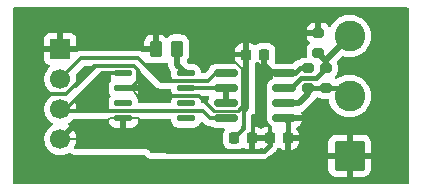
<source format=gbr>
%TF.GenerationSoftware,KiCad,Pcbnew,9.0.7-1.fc43*%
%TF.CreationDate,2026-02-06T20:38:45-08:00*%
%TF.ProjectId,autodir_sch,6175746f-6469-4725-9f73-63682e6b6963,A1*%
%TF.SameCoordinates,PX11a49a0PYbd83a0*%
%TF.FileFunction,Copper,L1,Top*%
%TF.FilePolarity,Positive*%
%FSLAX46Y46*%
G04 Gerber Fmt 4.6, Leading zero omitted, Abs format (unit mm)*
G04 Created by KiCad (PCBNEW 9.0.7-1.fc43) date 2026-02-06 20:38:45*
%MOMM*%
%LPD*%
G01*
G04 APERTURE LIST*
G04 Aperture macros list*
%AMRoundRect*
0 Rectangle with rounded corners*
0 $1 Rounding radius*
0 $2 $3 $4 $5 $6 $7 $8 $9 X,Y pos of 4 corners*
0 Add a 4 corners polygon primitive as box body*
4,1,4,$2,$3,$4,$5,$6,$7,$8,$9,$2,$3,0*
0 Add four circle primitives for the rounded corners*
1,1,$1+$1,$2,$3*
1,1,$1+$1,$4,$5*
1,1,$1+$1,$6,$7*
1,1,$1+$1,$8,$9*
0 Add four rect primitives between the rounded corners*
20,1,$1+$1,$2,$3,$4,$5,0*
20,1,$1+$1,$4,$5,$6,$7,0*
20,1,$1+$1,$6,$7,$8,$9,0*
20,1,$1+$1,$8,$9,$2,$3,0*%
G04 Aperture macros list end*
%TA.AperFunction,SMDPad,CuDef*%
%ADD10RoundRect,0.150000X-0.825000X-0.150000X0.825000X-0.150000X0.825000X0.150000X-0.825000X0.150000X0*%
%TD*%
%TA.AperFunction,SMDPad,CuDef*%
%ADD11RoundRect,0.250000X-0.262500X-0.450000X0.262500X-0.450000X0.262500X0.450000X-0.262500X0.450000X0*%
%TD*%
%TA.AperFunction,SMDPad,CuDef*%
%ADD12RoundRect,0.137500X-0.612500X-0.137500X0.612500X-0.137500X0.612500X0.137500X-0.612500X0.137500X0*%
%TD*%
%TA.AperFunction,SMDPad,CuDef*%
%ADD13RoundRect,0.225000X-0.225000X-0.250000X0.225000X-0.250000X0.225000X0.250000X-0.225000X0.250000X0*%
%TD*%
%TA.AperFunction,SMDPad,CuDef*%
%ADD14RoundRect,0.200000X0.275000X-0.200000X0.275000X0.200000X-0.275000X0.200000X-0.275000X-0.200000X0*%
%TD*%
%TA.AperFunction,SMDPad,CuDef*%
%ADD15RoundRect,0.225000X0.225000X0.250000X-0.225000X0.250000X-0.225000X-0.250000X0.225000X-0.250000X0*%
%TD*%
%TA.AperFunction,SMDPad,CuDef*%
%ADD16RoundRect,0.200000X-0.275000X0.200000X-0.275000X-0.200000X0.275000X-0.200000X0.275000X0.200000X0*%
%TD*%
%TA.AperFunction,ComponentPad*%
%ADD17R,1.700000X1.700000*%
%TD*%
%TA.AperFunction,ComponentPad*%
%ADD18C,1.700000*%
%TD*%
%TA.AperFunction,ComponentPad*%
%ADD19RoundRect,0.250000X1.050000X-1.050000X1.050000X1.050000X-1.050000X1.050000X-1.050000X-1.050000X0*%
%TD*%
%TA.AperFunction,ComponentPad*%
%ADD20C,2.600000*%
%TD*%
%TA.AperFunction,Conductor*%
%ADD21C,0.300000*%
%TD*%
%TA.AperFunction,Conductor*%
%ADD22C,0.250000*%
%TD*%
%TA.AperFunction,Conductor*%
%ADD23C,0.200000*%
%TD*%
%TA.AperFunction,Conductor*%
%ADD24C,0.400000*%
%TD*%
%TA.AperFunction,Conductor*%
%ADD25C,0.500000*%
%TD*%
%TA.AperFunction,Conductor*%
%ADD26C,0.390000*%
%TD*%
G04 APERTURE END LIST*
D10*
%TO.P,U2,1,RO*%
%TO.N,/RO*%
X18525000Y-6095000D03*
%TO.P,U2,2,~{RE}*%
%TO.N,/DIR*%
X18525000Y-7365000D03*
%TO.P,U2,3,DE*%
X18525000Y-8635000D03*
%TO.P,U2,4,DI*%
%TO.N,/DI*%
X18525000Y-9905000D03*
%TO.P,U2,5,GND*%
%TO.N,GND*%
X23475000Y-9905000D03*
%TO.P,U2,6,A*%
%TO.N,/A*%
X23475000Y-8635000D03*
%TO.P,U2,7,B*%
%TO.N,/B*%
X23475000Y-7365000D03*
%TO.P,U2,8,VCC*%
%TO.N,+5V*%
X23475000Y-6095000D03*
%TD*%
D11*
%TO.P,J3,1,Pin_1*%
%TO.N,GND*%
X12587500Y-4000000D03*
%TO.P,J3,2,Pin_2*%
%TO.N,/SWIO*%
X14412500Y-4000000D03*
%TD*%
D12*
%TO.P,U1,1,T1CH2*%
%TO.N,/DI*%
X9850000Y-6095000D03*
%TO.P,U1,2,VSS*%
%TO.N,GND*%
X9850000Y-7365000D03*
%TO.P,U1,3,PA2*%
%TO.N,unconnected-(U1-PA2-Pad3)*%
X9850000Y-8635000D03*
%TO.P,U1,4,VDD*%
%TO.N,+5V*%
X9850000Y-9905000D03*
%TO.P,U1,5,PC1*%
%TO.N,unconnected-(U1-PC1-Pad5)*%
X15150000Y-9905000D03*
%TO.P,U1,6,PC2*%
%TO.N,unconnected-(U1-PC2-Pad6)*%
X15150000Y-8635000D03*
%TO.P,U1,7,T1CH4*%
%TO.N,/DIR*%
X15150000Y-7365000D03*
%TO.P,U1,8,SWIO*%
%TO.N,/SWIO*%
X15150000Y-6095000D03*
%TD*%
D13*
%TO.P,C1,1*%
%TO.N,+5V*%
X22222251Y-11594049D03*
%TO.P,C1,2*%
%TO.N,GND*%
X23772251Y-11594049D03*
%TD*%
D14*
%TO.P,R1,1*%
%TO.N,/A*%
X27000000Y-7324000D03*
%TO.P,R1,2*%
%TO.N,/B*%
X27000000Y-5674000D03*
%TD*%
%TO.P,R3,1*%
%TO.N,/B*%
X26344000Y-4357000D03*
%TO.P,R3,2*%
%TO.N,GND*%
X26344000Y-2707000D03*
%TD*%
D15*
%TO.P,C3,1*%
%TO.N,+5V*%
X21775000Y-4499000D03*
%TO.P,C3,2*%
%TO.N,GND*%
X20225000Y-4499000D03*
%TD*%
D16*
%TO.P,R2,1*%
%TO.N,+5V*%
X25500000Y-5674000D03*
%TO.P,R2,2*%
%TO.N,/A*%
X25500000Y-7324000D03*
%TD*%
D15*
%TO.P,C2,1*%
%TO.N,+5V*%
X20773628Y-11594049D03*
%TO.P,C2,2*%
%TO.N,GND*%
X19223628Y-11594049D03*
%TD*%
D17*
%TO.P,J1,1,Pin_1*%
%TO.N,GND*%
X4500000Y-4040000D03*
D18*
%TO.P,J1,2,Pin_2*%
%TO.N,/RO*%
X4500000Y-6580000D03*
%TO.P,J1,3,Pin_3*%
%TO.N,/DI*%
X4500000Y-9120000D03*
%TO.P,J1,4,Pin_4*%
%TO.N,+5V*%
X4500000Y-11660000D03*
%TD*%
D19*
%TO.P,J2,1,Pin_1*%
%TO.N,GND*%
X29000000Y-13080000D03*
D20*
%TO.P,J2,2,Pin_2*%
%TO.N,/A*%
X29000000Y-8000000D03*
%TO.P,J2,3,Pin_3*%
%TO.N,/B*%
X29000000Y-2920000D03*
%TD*%
D21*
%TO.N,GND*%
X4983500Y-7850000D02*
X2150000Y-7850000D01*
D22*
X17482101Y-9270000D02*
X19629000Y-9270000D01*
D23*
X20010000Y-5838516D02*
X16670484Y-2499000D01*
D24*
X23772251Y-11594049D02*
X25194049Y-11594049D01*
D23*
X9850000Y-7365000D02*
X10485000Y-7365000D01*
X25500000Y-13080000D02*
X22280000Y-13080000D01*
D21*
X7373500Y-5460000D02*
X4983500Y-7850000D01*
X11120000Y-8000000D02*
X16212101Y-8000000D01*
D23*
X3500000Y-13080000D02*
X2000000Y-11580000D01*
X2000000Y-8000000D02*
X2000000Y-4999000D01*
D21*
X2150000Y-7850000D02*
X2127000Y-7873000D01*
D23*
X2959000Y-4040000D02*
X4500000Y-4040000D01*
X11970000Y-13438000D02*
X11612000Y-13080000D01*
X25500000Y-13080000D02*
X29000000Y-13080000D01*
D21*
X11120000Y-5841000D02*
X10739000Y-5460000D01*
D24*
X23772252Y-10202252D02*
X23772252Y-11594051D01*
D23*
X4500000Y-4040000D02*
X12547500Y-4040000D01*
X2000000Y-4999000D02*
X2959000Y-4040000D01*
X2127000Y-7873000D02*
X2000000Y-8000000D01*
D21*
X20010000Y-8889000D02*
X20040000Y-8919000D01*
D23*
X11612000Y-13080000D02*
X3500000Y-13080000D01*
X12547500Y-4040000D02*
X12587500Y-4000000D01*
X12750000Y-2499000D02*
X12587500Y-2661500D01*
D21*
X11120000Y-6730000D02*
X11120000Y-5841000D01*
X20040000Y-8919000D02*
X20040000Y-10777677D01*
D23*
X12587500Y-2661500D02*
X12587500Y-4000000D01*
D21*
X10485000Y-7365000D02*
X11120000Y-6730000D01*
D22*
X16841051Y-8628949D02*
X17482101Y-9270000D01*
D21*
X20040000Y-10777677D02*
X19223628Y-11594049D01*
X20010000Y-8889000D02*
X20010000Y-5838516D01*
X19629000Y-9270000D02*
X20010000Y-8889000D01*
D23*
X2000000Y-11580000D02*
X2000000Y-8000000D01*
X21922000Y-13438000D02*
X11970000Y-13438000D01*
D21*
X10739000Y-5460000D02*
X7373500Y-5460000D01*
X16212101Y-8000000D02*
X16841051Y-8628949D01*
D24*
X25194049Y-11594049D02*
X25500000Y-11900000D01*
X23475000Y-9905000D02*
X23772252Y-10202252D01*
D23*
X22280000Y-13080000D02*
X21922000Y-13438000D01*
X16670484Y-2499000D02*
X12750000Y-2499000D01*
D24*
X25500000Y-11900000D02*
X25500000Y-13080000D01*
D23*
X23475000Y-11296799D02*
X23772252Y-11594051D01*
X10485000Y-7365000D02*
X11120000Y-8000000D01*
X23772252Y-11352252D02*
X23772252Y-11594051D01*
%TO.N,+5V*%
X23475000Y-6095000D02*
X22500001Y-6095000D01*
D24*
X24760800Y-5674000D02*
X25500000Y-5674000D01*
X22222251Y-11594049D02*
X22222251Y-12177749D01*
D23*
X13510000Y-12676000D02*
X13510000Y-12310000D01*
D21*
X22222251Y-10622251D02*
X22222251Y-11594049D01*
D23*
X6940000Y-11660000D02*
X4500000Y-11660000D01*
D25*
X22500000Y-6095001D02*
X21775000Y-5370001D01*
D21*
X21800000Y-10200000D02*
X22222251Y-10622251D01*
D24*
X24339800Y-6095000D02*
X24760800Y-5674000D01*
X21724000Y-12676000D02*
X13510000Y-12676000D01*
D23*
X11105000Y-9905000D02*
X9850000Y-9905000D01*
D24*
X23475000Y-6095000D02*
X24339800Y-6095000D01*
D23*
X8695000Y-9905000D02*
X6940000Y-11660000D01*
D24*
X21520000Y-10200000D02*
X21800000Y-10200000D01*
D23*
X21520000Y-11500000D02*
X22040000Y-11500000D01*
X13510000Y-12310000D02*
X11105000Y-9905000D01*
D24*
X22222251Y-12177749D02*
X21724000Y-12676000D01*
X21520000Y-7075001D02*
X21520000Y-10200000D01*
D23*
X22500001Y-6095000D02*
X22500000Y-6095001D01*
X22040000Y-11500000D02*
X21518000Y-11500000D01*
D25*
X21775000Y-5370001D02*
X21775000Y-4499000D01*
D23*
X9850000Y-9905000D02*
X8695000Y-9905000D01*
X22500000Y-6095001D02*
X21520000Y-7075001D01*
%TO.N,/DI*%
X4650000Y-9270000D02*
X4500000Y-9120000D01*
D21*
X5008000Y-9120000D02*
X8033000Y-6095000D01*
X8033000Y-6095000D02*
X9850000Y-6095000D01*
X16557500Y-9270000D02*
X4650000Y-9270000D01*
X4500000Y-9120000D02*
X5008000Y-9120000D01*
X18525000Y-9905000D02*
X17192500Y-9905000D01*
X17192500Y-9905000D02*
X16557500Y-9270000D01*
%TO.N,/RO*%
X4500000Y-6580000D02*
X6255000Y-4825000D01*
X13025000Y-6730000D02*
X17045000Y-6730000D01*
X17045000Y-6730000D02*
X17680000Y-6095000D01*
X6255000Y-4825000D02*
X11120000Y-4825000D01*
X11120000Y-4825000D02*
X13025000Y-6730000D01*
D23*
X17680000Y-6095000D02*
X18525000Y-6095000D01*
X4591000Y-6671000D02*
X4500000Y-6580000D01*
D24*
%TO.N,/A*%
X25500000Y-7324000D02*
X27000000Y-7324000D01*
D25*
X23475000Y-8635000D02*
X24690000Y-8635000D01*
D23*
X28324000Y-7324000D02*
X29000000Y-8000000D01*
D25*
X25500000Y-7825000D02*
X25500000Y-7324000D01*
D24*
X27000000Y-7324000D02*
X28324000Y-7324000D01*
D25*
X24690000Y-8635000D02*
X25500000Y-7825000D01*
%TO.N,/B*%
X26907000Y-4920000D02*
X26344000Y-4357000D01*
X27000000Y-4920000D02*
X29000000Y-2920000D01*
D24*
X26175000Y-6499000D02*
X27000000Y-5674000D01*
D26*
X24901000Y-6499000D02*
X26175000Y-6499000D01*
X23951968Y-7365000D02*
X24035000Y-7365000D01*
D25*
X27000000Y-4920000D02*
X26907000Y-4920000D01*
D26*
X24035000Y-7365000D02*
X24901000Y-6499000D01*
D25*
X27000000Y-5674000D02*
X27000000Y-4920000D01*
D23*
X23475000Y-7365000D02*
X24310000Y-7365000D01*
X23475000Y-7365000D02*
X23951968Y-7365000D01*
D25*
%TO.N,/SWIO*%
X14412500Y-5357500D02*
X14412500Y-4000000D01*
X15150000Y-6095000D02*
X14412500Y-5357500D01*
D21*
%TO.N,/DIR*%
X18525000Y-7365000D02*
X15150000Y-7365000D01*
D25*
X18525000Y-7365000D02*
X18525000Y-8635000D01*
%TD*%
%TA.AperFunction,Conductor*%
%TO.N,/DI*%
G36*
X8743039Y-6130185D02*
G01*
X8788794Y-6182989D01*
X8800000Y-6234500D01*
X8800000Y-6711368D01*
X8780315Y-6778407D01*
X8763681Y-6799049D01*
X8729378Y-6833351D01*
X8729369Y-6833363D01*
X8647320Y-6972103D01*
X8647317Y-6972110D01*
X8602346Y-7126897D01*
X8602345Y-7126903D01*
X8599500Y-7163057D01*
X8599500Y-7566922D01*
X8599501Y-7566947D01*
X8602346Y-7603098D01*
X8647317Y-7757889D01*
X8647320Y-7757896D01*
X8729369Y-7896636D01*
X8729378Y-7896648D01*
X8745049Y-7912319D01*
X8778534Y-7973642D01*
X8773550Y-8043334D01*
X8745049Y-8087681D01*
X8729378Y-8103351D01*
X8729369Y-8103363D01*
X8647320Y-8242103D01*
X8647317Y-8242110D01*
X8602346Y-8396897D01*
X8602345Y-8396903D01*
X8599500Y-8433057D01*
X8599500Y-8836922D01*
X8599501Y-8836947D01*
X8602346Y-8873098D01*
X8647317Y-9027889D01*
X8648931Y-9031619D01*
X8649322Y-9034793D01*
X8649495Y-9035386D01*
X8649399Y-9035413D01*
X8657491Y-9100962D01*
X8627202Y-9163925D01*
X8567681Y-9200518D01*
X8537419Y-9204846D01*
X5976289Y-9252124D01*
X5908897Y-9233680D01*
X5862176Y-9181729D01*
X5850000Y-9128145D01*
X5850000Y-9013753D01*
X5816757Y-8803872D01*
X5816757Y-8803869D01*
X5751094Y-8601783D01*
X5716089Y-8533081D01*
X5703193Y-8464412D01*
X5729469Y-8399671D01*
X5738876Y-8389123D01*
X7981181Y-6146819D01*
X8042504Y-6113334D01*
X8068862Y-6110500D01*
X8676000Y-6110500D01*
X8743039Y-6130185D01*
G37*
%TD.AperFunction*%
%TD*%
%TA.AperFunction,Conductor*%
%TO.N,+5V*%
G36*
X21158738Y-5120491D02*
G01*
X21158950Y-5120458D01*
X21160627Y-5121194D01*
X21211903Y-5140269D01*
X22444784Y-5962189D01*
X22489644Y-6015753D01*
X22500000Y-6065362D01*
X22500000Y-6488080D01*
X22480315Y-6555119D01*
X22427511Y-6600874D01*
X22410596Y-6607156D01*
X22389605Y-6613254D01*
X22389603Y-6613255D01*
X22248137Y-6696917D01*
X22248129Y-6696923D01*
X22131923Y-6813129D01*
X22131916Y-6813138D01*
X22056698Y-6940326D01*
X22032918Y-6969373D01*
X22000000Y-6998999D01*
X21999999Y-6999000D01*
X22000964Y-7124825D01*
X22000586Y-7135499D01*
X21999500Y-7149304D01*
X21999500Y-7580701D01*
X22002402Y-7617571D01*
X22002913Y-7620369D01*
X22004927Y-7641697D01*
X22010256Y-8336781D01*
X22005340Y-8372316D01*
X22002403Y-8382427D01*
X22002401Y-8382438D01*
X21999500Y-8419298D01*
X21999500Y-8850701D01*
X21999753Y-8853913D01*
X22002402Y-8887569D01*
X22002403Y-8887571D01*
X22010020Y-8913793D01*
X22014938Y-8947432D01*
X22019744Y-9574126D01*
X22014825Y-9609671D01*
X22002402Y-9652430D01*
X22002401Y-9652436D01*
X21999500Y-9689298D01*
X21999500Y-10120701D01*
X22002401Y-10157567D01*
X22002402Y-10157573D01*
X22048254Y-10315393D01*
X22048255Y-10315396D01*
X22117171Y-10431928D01*
X22134354Y-10499652D01*
X22112194Y-10565915D01*
X22057727Y-10609678D01*
X22010441Y-10619049D01*
X21948944Y-10619049D01*
X21948927Y-10619050D01*
X21849643Y-10629193D01*
X21688769Y-10682501D01*
X21688764Y-10682503D01*
X21563036Y-10760054D01*
X21495643Y-10778494D01*
X21432842Y-10760053D01*
X21307120Y-10682506D01*
X21307109Y-10682501D01*
X21146234Y-10629193D01*
X21046950Y-10619049D01*
X21023628Y-10619049D01*
X21023628Y-11344049D01*
X22098251Y-11344049D01*
X22165290Y-11363734D01*
X22211045Y-11416538D01*
X22222251Y-11468049D01*
X22222251Y-11720049D01*
X22202566Y-11787088D01*
X22149762Y-11832843D01*
X22098251Y-11844049D01*
X21023628Y-11844049D01*
X21023628Y-12569048D01*
X21046936Y-12569048D01*
X21046950Y-12569047D01*
X21146235Y-12558904D01*
X21307109Y-12505596D01*
X21307116Y-12505593D01*
X21432841Y-12428044D01*
X21443983Y-12424995D01*
X21453142Y-12417957D01*
X21477068Y-12415941D01*
X21500234Y-12409603D01*
X21513041Y-12412911D01*
X21522765Y-12412093D01*
X21546954Y-12421674D01*
X21555987Y-12424008D01*
X21754633Y-12529242D01*
X21772508Y-12546671D01*
X21793033Y-12560881D01*
X21797090Y-12570640D01*
X21804658Y-12578019D01*
X21810272Y-12602344D01*
X21819857Y-12625397D01*
X21817994Y-12635801D01*
X21820371Y-12646099D01*
X21811943Y-12669597D01*
X21807543Y-12694173D01*
X21798748Y-12706385D01*
X21796783Y-12711867D01*
X21792347Y-12715275D01*
X21784267Y-12726497D01*
X21709584Y-12801181D01*
X21648261Y-12834666D01*
X21621902Y-12837500D01*
X12270097Y-12837500D01*
X12203058Y-12817815D01*
X12182416Y-12801181D01*
X12099590Y-12718355D01*
X12099588Y-12718352D01*
X11980717Y-12599481D01*
X11980716Y-12599480D01*
X11893904Y-12549360D01*
X11893904Y-12549359D01*
X11893900Y-12549358D01*
X11843785Y-12520423D01*
X11691057Y-12479499D01*
X11532943Y-12479499D01*
X11525347Y-12479499D01*
X11525331Y-12479500D01*
X5799934Y-12479500D01*
X5732895Y-12459815D01*
X5687140Y-12407011D01*
X5677196Y-12337853D01*
X5689449Y-12299205D01*
X5751095Y-12178217D01*
X5816757Y-11976130D01*
X5816757Y-11976127D01*
X5850000Y-11766246D01*
X5850000Y-11553753D01*
X5816757Y-11343872D01*
X5816757Y-11343869D01*
X5751095Y-11141782D01*
X5654624Y-10952449D01*
X5615270Y-10898282D01*
X5615269Y-10898282D01*
X4982962Y-11530589D01*
X4965925Y-11467007D01*
X4900099Y-11352993D01*
X4807007Y-11259901D01*
X4692993Y-11194075D01*
X4629407Y-11177036D01*
X5261716Y-10544728D01*
X5207547Y-10505373D01*
X5207547Y-10505372D01*
X5198500Y-10500763D01*
X5147706Y-10452788D01*
X5130912Y-10384966D01*
X5153451Y-10318832D01*
X5198508Y-10279793D01*
X5207816Y-10275051D01*
X5354069Y-10168793D01*
X5379786Y-10150109D01*
X5379788Y-10150106D01*
X5379792Y-10150104D01*
X5530104Y-9999792D01*
X5550577Y-9971613D01*
X5605906Y-9928949D01*
X5650894Y-9920500D01*
X8476001Y-9920500D01*
X8543040Y-9940185D01*
X8588795Y-9992989D01*
X8600001Y-10044500D01*
X8600001Y-10106893D01*
X8602844Y-10143021D01*
X8647779Y-10297689D01*
X8647780Y-10297692D01*
X8729770Y-10436331D01*
X8729776Y-10436339D01*
X8843660Y-10550223D01*
X8843668Y-10550229D01*
X8982307Y-10632219D01*
X8982310Y-10632220D01*
X9136975Y-10677155D01*
X9136981Y-10677156D01*
X9173116Y-10679999D01*
X9599999Y-10679999D01*
X9600000Y-10679998D01*
X9600000Y-10044500D01*
X9619685Y-9977461D01*
X9672489Y-9931706D01*
X9724000Y-9920500D01*
X9976000Y-9920500D01*
X10043039Y-9940185D01*
X10088794Y-9992989D01*
X10100000Y-10044500D01*
X10100000Y-10679999D01*
X10526872Y-10679999D01*
X10526893Y-10679998D01*
X10563021Y-10677155D01*
X10717689Y-10632220D01*
X10717692Y-10632219D01*
X10856331Y-10550229D01*
X10856339Y-10550223D01*
X10970223Y-10436339D01*
X10970229Y-10436331D01*
X11052219Y-10297692D01*
X11052220Y-10297689D01*
X11097155Y-10143024D01*
X11097156Y-10143018D01*
X11099999Y-10106890D01*
X11100000Y-10106875D01*
X11100000Y-10044500D01*
X11119685Y-9977461D01*
X11172489Y-9931706D01*
X11224000Y-9920500D01*
X13775501Y-9920500D01*
X13842540Y-9940185D01*
X13888295Y-9992989D01*
X13899501Y-10044500D01*
X13899501Y-10106947D01*
X13902346Y-10143098D01*
X13947317Y-10297889D01*
X13947320Y-10297896D01*
X14029369Y-10436636D01*
X14029378Y-10436648D01*
X14143351Y-10550621D01*
X14143355Y-10550624D01*
X14143357Y-10550626D01*
X14143360Y-10550627D01*
X14143363Y-10550630D01*
X14235856Y-10605329D01*
X14282106Y-10632681D01*
X14322928Y-10644541D01*
X14436897Y-10677653D01*
X14436900Y-10677653D01*
X14436902Y-10677654D01*
X14473065Y-10680500D01*
X15826934Y-10680499D01*
X15863098Y-10677654D01*
X16017894Y-10632681D01*
X16156643Y-10550626D01*
X16270626Y-10436643D01*
X16352681Y-10297894D01*
X16364595Y-10256884D01*
X16402199Y-10198001D01*
X16465672Y-10168793D01*
X16534858Y-10178538D01*
X16571352Y-10203799D01*
X16777825Y-10410272D01*
X16777832Y-10410278D01*
X16867962Y-10470500D01*
X16884374Y-10481466D01*
X16953721Y-10510189D01*
X17002756Y-10530501D01*
X17002759Y-10530501D01*
X17002760Y-10530502D01*
X17128428Y-10555500D01*
X17128431Y-10555500D01*
X17234484Y-10555500D01*
X17297605Y-10572768D01*
X17358167Y-10608583D01*
X17439602Y-10656744D01*
X17481224Y-10668836D01*
X17597426Y-10702597D01*
X17597429Y-10702597D01*
X17597431Y-10702598D01*
X17634306Y-10705500D01*
X18317906Y-10705500D01*
X18384945Y-10725185D01*
X18430700Y-10777989D01*
X18440644Y-10847147D01*
X18423444Y-10894597D01*
X18336629Y-11035343D01*
X18336624Y-11035354D01*
X18283279Y-11196339D01*
X18273128Y-11295696D01*
X18273128Y-11892386D01*
X18273129Y-11892404D01*
X18283278Y-11991756D01*
X18283279Y-11991759D01*
X18336624Y-12152743D01*
X18336629Y-12152754D01*
X18425657Y-12297089D01*
X18425660Y-12297093D01*
X18545583Y-12417016D01*
X18545587Y-12417019D01*
X18689922Y-12506047D01*
X18689925Y-12506048D01*
X18689931Y-12506052D01*
X18850920Y-12559398D01*
X18950283Y-12569549D01*
X19496972Y-12569548D01*
X19496980Y-12569547D01*
X19496983Y-12569547D01*
X19551388Y-12563989D01*
X19596336Y-12559398D01*
X19757325Y-12506052D01*
X19901672Y-12417017D01*
X19911296Y-12407392D01*
X19972615Y-12373905D01*
X20042307Y-12378884D01*
X20086662Y-12407388D01*
X20095895Y-12416621D01*
X20095899Y-12416624D01*
X20240135Y-12505591D01*
X20240146Y-12505596D01*
X20401021Y-12558904D01*
X20500311Y-12569048D01*
X20523628Y-12569047D01*
X20523628Y-11262360D01*
X20543313Y-11195321D01*
X20544526Y-11193470D01*
X20616464Y-11085806D01*
X20637362Y-11035354D01*
X20665501Y-10967421D01*
X20673326Y-10928083D01*
X20679987Y-10894597D01*
X20690500Y-10841748D01*
X20690500Y-9623000D01*
X20710185Y-9555961D01*
X20762989Y-9510206D01*
X20814500Y-9499000D01*
X21000000Y-9499000D01*
X21000000Y-5274192D01*
X21004762Y-5257517D01*
X21004518Y-5241023D01*
X21015837Y-5218738D01*
X21018703Y-5208705D01*
X21022644Y-5202367D01*
X21022968Y-5202044D01*
X21037723Y-5178121D01*
X21037826Y-5177957D01*
X21063733Y-5154827D01*
X21089532Y-5131623D01*
X21089767Y-5131584D01*
X21089946Y-5131425D01*
X21124394Y-5125950D01*
X21158495Y-5120401D01*
X21158738Y-5120491D01*
G37*
%TD.AperFunction*%
%TD*%
%TA.AperFunction,Conductor*%
%TO.N,/RO*%
G36*
X12271830Y-5200410D02*
G01*
X12271834Y-5200339D01*
X12274966Y-5200497D01*
X12274991Y-5200500D01*
X12900008Y-5200499D01*
X12900014Y-5200498D01*
X12903163Y-5200338D01*
X12903166Y-5200409D01*
X12911211Y-5200000D01*
X13538000Y-5200000D01*
X13605039Y-5219685D01*
X13650794Y-5272489D01*
X13662000Y-5324000D01*
X13662000Y-5431418D01*
X13662000Y-5431420D01*
X13661999Y-5431420D01*
X13690840Y-5576407D01*
X13690843Y-5576417D01*
X13747414Y-5712992D01*
X13747415Y-5712994D01*
X13747416Y-5712995D01*
X13765130Y-5739506D01*
X13829548Y-5835916D01*
X13869066Y-5875434D01*
X13874110Y-5882049D01*
X13883751Y-5907220D01*
X13896666Y-5930872D01*
X13898170Y-5944867D01*
X13899101Y-5947296D01*
X13898659Y-5949414D01*
X13899500Y-5957230D01*
X13899500Y-6296922D01*
X13899501Y-6296947D01*
X13902346Y-6333098D01*
X13947317Y-6487889D01*
X13947318Y-6487892D01*
X13982732Y-6547774D01*
X13987082Y-6563675D01*
X13994977Y-6575960D01*
X14000000Y-6610895D01*
X14000000Y-6666777D01*
X13980315Y-6733816D01*
X13927511Y-6779571D01*
X13867120Y-6790459D01*
X13069002Y-6733159D01*
X13003545Y-6708724D01*
X12992879Y-6699757D01*
X12898499Y-6610895D01*
X11627585Y-5414280D01*
X11592270Y-5353993D01*
X11595155Y-5284183D01*
X11635324Y-5227014D01*
X11700023Y-5200638D01*
X11712588Y-5200000D01*
X12263777Y-5200000D01*
X12271830Y-5200410D01*
G37*
%TD.AperFunction*%
%TD*%
%TA.AperFunction,Conductor*%
%TO.N,GND*%
G36*
X20138668Y-10277587D02*
G01*
X20178598Y-10334922D01*
X20185000Y-10374250D01*
X20185000Y-10646721D01*
X20183594Y-10651509D01*
X20184622Y-10656391D01*
X20173847Y-10684700D01*
X20165315Y-10713760D01*
X20161281Y-10717719D01*
X20159770Y-10721691D01*
X20134647Y-10746481D01*
X20130484Y-10749553D01*
X20095584Y-10771081D01*
X20079393Y-10787271D01*
X20071921Y-10792788D01*
X20006296Y-10816768D01*
X19938123Y-10801462D01*
X19910593Y-10780709D01*
X19901359Y-10771475D01*
X19819664Y-10721084D01*
X19772940Y-10669135D01*
X19761719Y-10600173D01*
X19789563Y-10536091D01*
X19797070Y-10527875D01*
X19868081Y-10456865D01*
X19951744Y-10315398D01*
X19951744Y-10315397D01*
X19954268Y-10311130D01*
X20005336Y-10263446D01*
X20074078Y-10250942D01*
X20138668Y-10277587D01*
G37*
%TD.AperFunction*%
%TA.AperFunction,Conductor*%
G36*
X17071563Y-8035185D02*
G01*
X17117318Y-8087989D01*
X17127262Y-8157147D01*
X17111257Y-8202617D01*
X17098734Y-8223792D01*
X17098253Y-8224607D01*
X17052402Y-8382426D01*
X17052401Y-8382432D01*
X17049500Y-8419298D01*
X17049500Y-8584935D01*
X17029815Y-8651974D01*
X16977011Y-8697729D01*
X16907853Y-8707673D01*
X16871325Y-8695696D01*
X16871255Y-8695866D01*
X16869031Y-8694944D01*
X16867052Y-8694296D01*
X16865630Y-8693536D01*
X16747244Y-8644499D01*
X16747238Y-8644497D01*
X16621571Y-8619500D01*
X16621569Y-8619500D01*
X16524499Y-8619500D01*
X16457460Y-8599815D01*
X16411705Y-8547011D01*
X16400499Y-8495500D01*
X16400499Y-8433077D01*
X16400498Y-8433052D01*
X16399417Y-8419313D01*
X16397654Y-8396902D01*
X16352681Y-8242106D01*
X16329328Y-8202619D01*
X16312148Y-8134896D01*
X16334308Y-8068634D01*
X16388774Y-8024871D01*
X16436062Y-8015500D01*
X17004524Y-8015500D01*
X17071563Y-8035185D01*
G37*
%TD.AperFunction*%
%TA.AperFunction,Conductor*%
G36*
X11305701Y-5931094D02*
G01*
X11312180Y-5937126D01*
X12610325Y-7235272D01*
X12610332Y-7235278D01*
X12699207Y-7294662D01*
X12699208Y-7294662D01*
X12716873Y-7306465D01*
X12835256Y-7355501D01*
X12835260Y-7355501D01*
X12835261Y-7355502D01*
X12960928Y-7380500D01*
X12960931Y-7380500D01*
X13775501Y-7380500D01*
X13842540Y-7400185D01*
X13888295Y-7452989D01*
X13899501Y-7504500D01*
X13899501Y-7566947D01*
X13902346Y-7603098D01*
X13947317Y-7757889D01*
X13947320Y-7757896D01*
X14029369Y-7896636D01*
X14029378Y-7896648D01*
X14045049Y-7912319D01*
X14078534Y-7973642D01*
X14073550Y-8043334D01*
X14045049Y-8087681D01*
X14029378Y-8103351D01*
X14029369Y-8103363D01*
X13947320Y-8242103D01*
X13947317Y-8242110D01*
X13902346Y-8396897D01*
X13902345Y-8396903D01*
X13899500Y-8433057D01*
X13899500Y-8495500D01*
X13879815Y-8562539D01*
X13827011Y-8608294D01*
X13775500Y-8619500D01*
X11224499Y-8619500D01*
X11157460Y-8599815D01*
X11111705Y-8547011D01*
X11100499Y-8495500D01*
X11100499Y-8433077D01*
X11100498Y-8433052D01*
X11099417Y-8419313D01*
X11097654Y-8396902D01*
X11052681Y-8242106D01*
X11008547Y-8167478D01*
X10970630Y-8103363D01*
X10970628Y-8103361D01*
X10970626Y-8103357D01*
X10954598Y-8087329D01*
X10921111Y-8026007D01*
X10926094Y-7956315D01*
X10954598Y-7911963D01*
X10970225Y-7896336D01*
X10970231Y-7896329D01*
X11052218Y-7757695D01*
X11052218Y-7757694D01*
X11093674Y-7615000D01*
X9974000Y-7615000D01*
X9906961Y-7595315D01*
X9861206Y-7542511D01*
X9850000Y-7491000D01*
X9850000Y-7239000D01*
X9869685Y-7171961D01*
X9922489Y-7126206D01*
X9974000Y-7115000D01*
X11093674Y-7115000D01*
X11052218Y-6972305D01*
X11052218Y-6972304D01*
X10970229Y-6833668D01*
X10970223Y-6833661D01*
X10954598Y-6818036D01*
X10921111Y-6756714D01*
X10926094Y-6687022D01*
X10954596Y-6642672D01*
X10970626Y-6626643D01*
X11052681Y-6487894D01*
X11093450Y-6347567D01*
X11097653Y-6333102D01*
X11097654Y-6333096D01*
X11100500Y-6296935D01*
X11100499Y-6024805D01*
X11120183Y-5957768D01*
X11172987Y-5912013D01*
X11242146Y-5902069D01*
X11305701Y-5931094D01*
G37*
%TD.AperFunction*%
%TA.AperFunction,Conductor*%
G36*
X7500230Y-5495185D02*
G01*
X7545985Y-5547989D01*
X7555929Y-5617147D01*
X7526904Y-5680703D01*
X7520872Y-5687181D01*
X5933162Y-7274890D01*
X5871839Y-7308375D01*
X5802147Y-7303391D01*
X5746214Y-7261519D01*
X5721797Y-7196055D01*
X5734997Y-7130913D01*
X5751555Y-7098416D01*
X5751556Y-7098414D01*
X5751557Y-7098412D01*
X5817246Y-6896243D01*
X5850500Y-6686287D01*
X5850500Y-6473713D01*
X5842256Y-6421661D01*
X5816484Y-6258945D01*
X5818126Y-6258684D01*
X5821254Y-6196137D01*
X5850657Y-6149288D01*
X6488127Y-5511819D01*
X6549450Y-5478334D01*
X6575808Y-5475500D01*
X7433191Y-5475500D01*
X7500230Y-5495185D01*
G37*
%TD.AperFunction*%
%TA.AperFunction,Conductor*%
G36*
X33942539Y-520185D02*
G01*
X33988294Y-572989D01*
X33999500Y-624500D01*
X33999500Y-15375500D01*
X33979815Y-15442539D01*
X33927011Y-15488294D01*
X33875500Y-15499500D01*
X624500Y-15499500D01*
X557461Y-15479815D01*
X511706Y-15427011D01*
X500500Y-15375500D01*
X500500Y-6473713D01*
X3149500Y-6473713D01*
X3149500Y-6686287D01*
X3156424Y-6730000D01*
X3178676Y-6870499D01*
X3182754Y-6896243D01*
X3247525Y-7095588D01*
X3248444Y-7098414D01*
X3344951Y-7287820D01*
X3469890Y-7459786D01*
X3620213Y-7610109D01*
X3792182Y-7735050D01*
X3800946Y-7739516D01*
X3851742Y-7787491D01*
X3868536Y-7855312D01*
X3845998Y-7921447D01*
X3800946Y-7960484D01*
X3792182Y-7964949D01*
X3620213Y-8089890D01*
X3469890Y-8240213D01*
X3344951Y-8412179D01*
X3248444Y-8601585D01*
X3182753Y-8803760D01*
X3149500Y-9013713D01*
X3149500Y-9226286D01*
X3182176Y-9432598D01*
X3182754Y-9436243D01*
X3243435Y-9623000D01*
X3248444Y-9638414D01*
X3344951Y-9827820D01*
X3469890Y-9999786D01*
X3620213Y-10150109D01*
X3792182Y-10275050D01*
X3800946Y-10279516D01*
X3851742Y-10327491D01*
X3868536Y-10395312D01*
X3845998Y-10461447D01*
X3800946Y-10500484D01*
X3792182Y-10504949D01*
X3620213Y-10629890D01*
X3469890Y-10780213D01*
X3344951Y-10952179D01*
X3248444Y-11141585D01*
X3182753Y-11343760D01*
X3149500Y-11553713D01*
X3149500Y-11766286D01*
X3176642Y-11937658D01*
X3182754Y-11976243D01*
X3240033Y-12152530D01*
X3248444Y-12178414D01*
X3344951Y-12367820D01*
X3469890Y-12539786D01*
X3620213Y-12690109D01*
X3792179Y-12815048D01*
X3792181Y-12815049D01*
X3792184Y-12815051D01*
X3981588Y-12911557D01*
X4183757Y-12977246D01*
X4393713Y-13010500D01*
X4393714Y-13010500D01*
X4606286Y-13010500D01*
X4606287Y-13010500D01*
X4816243Y-12977246D01*
X5018412Y-12911557D01*
X5207816Y-12815051D01*
X5221149Y-12805363D01*
X5286951Y-12781883D01*
X5355006Y-12797705D01*
X5375232Y-12811962D01*
X5459598Y-12885067D01*
X5459602Y-12885069D01*
X5517601Y-12911557D01*
X5590475Y-12944838D01*
X5657514Y-12964523D01*
X5657518Y-12964524D01*
X5799934Y-12985000D01*
X5799937Y-12985000D01*
X11527237Y-12985000D01*
X11527300Y-12984999D01*
X11599987Y-12984999D01*
X11667026Y-13004684D01*
X11687668Y-13021318D01*
X11810369Y-13144019D01*
X11824973Y-13158623D01*
X11865235Y-13194788D01*
X11885877Y-13211422D01*
X11885882Y-13211426D01*
X11911586Y-13229961D01*
X11929761Y-13243067D01*
X12060638Y-13302838D01*
X12127677Y-13322523D01*
X12127681Y-13322524D01*
X12270097Y-13343000D01*
X13265585Y-13343000D01*
X13301575Y-13348338D01*
X13305669Y-13349579D01*
X13305670Y-13349579D01*
X13305672Y-13349580D01*
X13360244Y-13360435D01*
X13441004Y-13376500D01*
X13441007Y-13376500D01*
X21792996Y-13376500D01*
X21884040Y-13358389D01*
X21928328Y-13349580D01*
X22041174Y-13302838D01*
X22055807Y-13296777D01*
X22055808Y-13296776D01*
X22055811Y-13296775D01*
X22170543Y-13220114D01*
X22179235Y-13211422D01*
X22199701Y-13190957D01*
X22648735Y-12741921D01*
X22766364Y-12624292D01*
X22767016Y-12623316D01*
X22843026Y-12509560D01*
X22863187Y-12460885D01*
X22867709Y-12453265D01*
X22881345Y-12440569D01*
X22895242Y-12422184D01*
X22895185Y-12422127D01*
X22895595Y-12421716D01*
X22897447Y-12419267D01*
X22900277Y-12417027D01*
X22900295Y-12417017D01*
X22909922Y-12407389D01*
X22971242Y-12373904D01*
X23040934Y-12378886D01*
X23085285Y-12407388D01*
X23094518Y-12416621D01*
X23094522Y-12416624D01*
X23238758Y-12505591D01*
X23238769Y-12505596D01*
X23399644Y-12558904D01*
X23498934Y-12569048D01*
X24022251Y-12569048D01*
X24045559Y-12569048D01*
X24045573Y-12569047D01*
X24144858Y-12558904D01*
X24305732Y-12505596D01*
X24305743Y-12505591D01*
X24449979Y-12416624D01*
X24449983Y-12416621D01*
X24569823Y-12296781D01*
X24569826Y-12296777D01*
X24658793Y-12152541D01*
X24658798Y-12152530D01*
X24712106Y-11991656D01*
X24713296Y-11980013D01*
X27200000Y-11980013D01*
X27200000Y-12830000D01*
X28399999Y-12830000D01*
X28374979Y-12890402D01*
X28350000Y-13015981D01*
X28350000Y-13144019D01*
X28374979Y-13269598D01*
X28399999Y-13330000D01*
X27200001Y-13330000D01*
X27200001Y-14179986D01*
X27210494Y-14282697D01*
X27265641Y-14449119D01*
X27265643Y-14449124D01*
X27357684Y-14598345D01*
X27481654Y-14722315D01*
X27630875Y-14814356D01*
X27630880Y-14814358D01*
X27797302Y-14869505D01*
X27797309Y-14869506D01*
X27900019Y-14879999D01*
X28749999Y-14879999D01*
X28750000Y-14879998D01*
X28750000Y-13680001D01*
X28810402Y-13705021D01*
X28935981Y-13730000D01*
X29064019Y-13730000D01*
X29189598Y-13705021D01*
X29250000Y-13680001D01*
X29250000Y-14879999D01*
X30099972Y-14879999D01*
X30099986Y-14879998D01*
X30202697Y-14869505D01*
X30369119Y-14814358D01*
X30369124Y-14814356D01*
X30518345Y-14722315D01*
X30642315Y-14598345D01*
X30734356Y-14449124D01*
X30734358Y-14449119D01*
X30789505Y-14282697D01*
X30789506Y-14282690D01*
X30799999Y-14179986D01*
X30800000Y-14179973D01*
X30800000Y-13330000D01*
X29600001Y-13330000D01*
X29625021Y-13269598D01*
X29650000Y-13144019D01*
X29650000Y-13015981D01*
X29625021Y-12890402D01*
X29600001Y-12830000D01*
X30799999Y-12830000D01*
X30799999Y-11980028D01*
X30799998Y-11980013D01*
X30789505Y-11877302D01*
X30734358Y-11710880D01*
X30734356Y-11710875D01*
X30642315Y-11561654D01*
X30518345Y-11437684D01*
X30369124Y-11345643D01*
X30369119Y-11345641D01*
X30202697Y-11290494D01*
X30202690Y-11290493D01*
X30099986Y-11280000D01*
X29250000Y-11280000D01*
X29250000Y-12479998D01*
X29189598Y-12454979D01*
X29064019Y-12430000D01*
X28935981Y-12430000D01*
X28810402Y-12454979D01*
X28750000Y-12479998D01*
X28750000Y-11280000D01*
X27900028Y-11280000D01*
X27900012Y-11280001D01*
X27797302Y-11290494D01*
X27630880Y-11345641D01*
X27630875Y-11345643D01*
X27481654Y-11437684D01*
X27357684Y-11561654D01*
X27265643Y-11710875D01*
X27265641Y-11710880D01*
X27210494Y-11877302D01*
X27210493Y-11877309D01*
X27200000Y-11980013D01*
X24713296Y-11980013D01*
X24714906Y-11964260D01*
X24714906Y-11964259D01*
X24722250Y-11892373D01*
X24722251Y-11892358D01*
X24722251Y-11844049D01*
X24022251Y-11844049D01*
X24022251Y-12569048D01*
X23498934Y-12569048D01*
X23522251Y-12569047D01*
X23522251Y-11718049D01*
X23541936Y-11651010D01*
X23594740Y-11605255D01*
X23646251Y-11594049D01*
X23772251Y-11594049D01*
X23772251Y-11468049D01*
X23791936Y-11401010D01*
X23844740Y-11355255D01*
X23896251Y-11344049D01*
X24722250Y-11344049D01*
X24722250Y-11295741D01*
X24722249Y-11295726D01*
X24712106Y-11196441D01*
X24658798Y-11035567D01*
X24658793Y-11035556D01*
X24569826Y-10891320D01*
X24569823Y-10891316D01*
X24531593Y-10853086D01*
X24498108Y-10791763D01*
X24503092Y-10722071D01*
X24544964Y-10666138D01*
X24556154Y-10658673D01*
X24701549Y-10572687D01*
X24701561Y-10572678D01*
X24817678Y-10456561D01*
X24817685Y-10456552D01*
X24901281Y-10315198D01*
X24947100Y-10157486D01*
X24947295Y-10155001D01*
X24947295Y-10155000D01*
X23599000Y-10155000D01*
X23531961Y-10135315D01*
X23486206Y-10082511D01*
X23475000Y-10031000D01*
X23475000Y-9779000D01*
X23494685Y-9711961D01*
X23547489Y-9666206D01*
X23599000Y-9655000D01*
X24947295Y-9655000D01*
X24947295Y-9654998D01*
X24947100Y-9652511D01*
X24947099Y-9652505D01*
X24899819Y-9489766D01*
X24898773Y-9488325D01*
X24897013Y-9457373D01*
X24893213Y-9426606D01*
X24895047Y-9422792D01*
X24894807Y-9418568D01*
X24910059Y-9391579D01*
X24923497Y-9363641D01*
X24927693Y-9360376D01*
X24929184Y-9357740D01*
X24941484Y-9349650D01*
X24957744Y-9337004D01*
X24962808Y-9334333D01*
X25045495Y-9300084D01*
X25106422Y-9259374D01*
X25168416Y-9217952D01*
X26082952Y-8303416D01*
X26123915Y-8242109D01*
X26138699Y-8219984D01*
X26150301Y-8202620D01*
X26165084Y-8180495D01*
X26168305Y-8172717D01*
X26212145Y-8118313D01*
X26278438Y-8096247D01*
X26346138Y-8113525D01*
X26346914Y-8113989D01*
X26435394Y-8167478D01*
X26597804Y-8218086D01*
X26668384Y-8224500D01*
X27104775Y-8224500D01*
X27171814Y-8244185D01*
X27217569Y-8296989D01*
X27227713Y-8332314D01*
X27230307Y-8352014D01*
X27252025Y-8433065D01*
X27291393Y-8579991D01*
X27381714Y-8798045D01*
X27381719Y-8798056D01*
X27452677Y-8920957D01*
X27499727Y-9002450D01*
X27499729Y-9002453D01*
X27499730Y-9002454D01*
X27643406Y-9189697D01*
X27643412Y-9189704D01*
X27810295Y-9356587D01*
X27810302Y-9356593D01*
X27849596Y-9386744D01*
X27997550Y-9500273D01*
X28117659Y-9569618D01*
X28201943Y-9618280D01*
X28201948Y-9618282D01*
X28201951Y-9618284D01*
X28420007Y-9708606D01*
X28647986Y-9769693D01*
X28881989Y-9800500D01*
X28881996Y-9800500D01*
X29118004Y-9800500D01*
X29118011Y-9800500D01*
X29352014Y-9769693D01*
X29579993Y-9708606D01*
X29798049Y-9618284D01*
X30002450Y-9500273D01*
X30189699Y-9356592D01*
X30356592Y-9189699D01*
X30500273Y-9002450D01*
X30618284Y-8798049D01*
X30708606Y-8579993D01*
X30769693Y-8352014D01*
X30800500Y-8118011D01*
X30800500Y-7881989D01*
X30769693Y-7647986D01*
X30708606Y-7420007D01*
X30618284Y-7201951D01*
X30618282Y-7201948D01*
X30618280Y-7201943D01*
X30566600Y-7112432D01*
X30500273Y-6997550D01*
X30422538Y-6896243D01*
X30356593Y-6810302D01*
X30356587Y-6810295D01*
X30189704Y-6643412D01*
X30189697Y-6643406D01*
X30002454Y-6499730D01*
X30002453Y-6499729D01*
X30002450Y-6499727D01*
X29880765Y-6429472D01*
X29798056Y-6381719D01*
X29798045Y-6381714D01*
X29579993Y-6291394D01*
X29352010Y-6230306D01*
X29118020Y-6199501D01*
X29118017Y-6199500D01*
X29118011Y-6199500D01*
X28881989Y-6199500D01*
X28881983Y-6199500D01*
X28881979Y-6199501D01*
X28647989Y-6230306D01*
X28420006Y-6291394D01*
X28201954Y-6381714D01*
X28201943Y-6381719D01*
X27997557Y-6499722D01*
X27997542Y-6499732D01*
X27961468Y-6527413D01*
X27896299Y-6552606D01*
X27827854Y-6538567D01*
X27777865Y-6489752D01*
X27762203Y-6421661D01*
X27785839Y-6355911D01*
X27798303Y-6341354D01*
X27830469Y-6309188D01*
X27830472Y-6309185D01*
X27918478Y-6163606D01*
X27969086Y-6001196D01*
X27975500Y-5930616D01*
X27975500Y-5417384D01*
X27969086Y-5346804D01*
X27918478Y-5184394D01*
X27918477Y-5184392D01*
X27918476Y-5184389D01*
X27915894Y-5178653D01*
X27906328Y-5109441D01*
X27935700Y-5046045D01*
X27941270Y-5040095D01*
X28316349Y-4665016D01*
X28377671Y-4631533D01*
X28436121Y-4632923D01*
X28647986Y-4689693D01*
X28881989Y-4720500D01*
X28881996Y-4720500D01*
X29118004Y-4720500D01*
X29118011Y-4720500D01*
X29352014Y-4689693D01*
X29579993Y-4628606D01*
X29798049Y-4538284D01*
X30002450Y-4420273D01*
X30189699Y-4276592D01*
X30356592Y-4109699D01*
X30500273Y-3922450D01*
X30618284Y-3718049D01*
X30708606Y-3499993D01*
X30769693Y-3272014D01*
X30800500Y-3038011D01*
X30800500Y-2801989D01*
X30769693Y-2567986D01*
X30708606Y-2340007D01*
X30618284Y-2121951D01*
X30618282Y-2121948D01*
X30618280Y-2121943D01*
X30576118Y-2048918D01*
X30500273Y-1917550D01*
X30356592Y-1730301D01*
X30356587Y-1730295D01*
X30189704Y-1563412D01*
X30189697Y-1563406D01*
X30002454Y-1419730D01*
X30002453Y-1419729D01*
X30002450Y-1419727D01*
X29920957Y-1372677D01*
X29798056Y-1301719D01*
X29798045Y-1301714D01*
X29579993Y-1211394D01*
X29352010Y-1150306D01*
X29118020Y-1119501D01*
X29118017Y-1119500D01*
X29118011Y-1119500D01*
X28881989Y-1119500D01*
X28881983Y-1119500D01*
X28881979Y-1119501D01*
X28647989Y-1150306D01*
X28420006Y-1211394D01*
X28201954Y-1301714D01*
X28201943Y-1301719D01*
X27997545Y-1419730D01*
X27810302Y-1563406D01*
X27810295Y-1563412D01*
X27643412Y-1730295D01*
X27643406Y-1730302D01*
X27499732Y-1917542D01*
X27499728Y-1917547D01*
X27499727Y-1917550D01*
X27457445Y-1990783D01*
X27399928Y-2090406D01*
X27349360Y-2138621D01*
X27280753Y-2151843D01*
X27215889Y-2125875D01*
X27186424Y-2092554D01*
X27174074Y-2072125D01*
X27174071Y-2072121D01*
X27053877Y-1951927D01*
X26908395Y-1863980D01*
X26908396Y-1863980D01*
X26746105Y-1813409D01*
X26746106Y-1813409D01*
X26675572Y-1807000D01*
X26594000Y-1807000D01*
X26594000Y-2583000D01*
X26574315Y-2650039D01*
X26521511Y-2695794D01*
X26470000Y-2707000D01*
X26344000Y-2707000D01*
X26344000Y-2833000D01*
X26324315Y-2900039D01*
X26271511Y-2945794D01*
X26220000Y-2957000D01*
X25369001Y-2957000D01*
X25369001Y-2963582D01*
X25375408Y-3034102D01*
X25375409Y-3034107D01*
X25425981Y-3196396D01*
X25513927Y-3341877D01*
X25616015Y-3443965D01*
X25649500Y-3505288D01*
X25644516Y-3574980D01*
X25616015Y-3619327D01*
X25513531Y-3721810D01*
X25513530Y-3721811D01*
X25425522Y-3867393D01*
X25374913Y-4029807D01*
X25368500Y-4100386D01*
X25368500Y-4613615D01*
X25370741Y-4638280D01*
X25357204Y-4706825D01*
X25308757Y-4757171D01*
X25247250Y-4773500D01*
X25168384Y-4773500D01*
X25149145Y-4775248D01*
X25097807Y-4779913D01*
X24935393Y-4830522D01*
X24789811Y-4918530D01*
X24770915Y-4937426D01*
X24709592Y-4970910D01*
X24695401Y-4973145D01*
X24691807Y-4973499D01*
X24556477Y-5000418D01*
X24556467Y-5000421D01*
X24428992Y-5053222D01*
X24314256Y-5129886D01*
X24271349Y-5172794D01*
X24185960Y-5258182D01*
X24124640Y-5291666D01*
X24098281Y-5294500D01*
X22812229Y-5294500D01*
X22782788Y-5285855D01*
X22752802Y-5279332D01*
X22747786Y-5275577D01*
X22745190Y-5274815D01*
X22724548Y-5258181D01*
X22678709Y-5212342D01*
X22645224Y-5151019D01*
X22650208Y-5081327D01*
X22660855Y-5059559D01*
X22662001Y-5057700D01*
X22662000Y-5057700D01*
X22662003Y-5057697D01*
X22715349Y-4896708D01*
X22725500Y-4797345D01*
X22725499Y-4200656D01*
X22725179Y-4197528D01*
X22715349Y-4101292D01*
X22715348Y-4101289D01*
X22678071Y-3988794D01*
X22662003Y-3940303D01*
X22661999Y-3940297D01*
X22661998Y-3940294D01*
X22572970Y-3795959D01*
X22572967Y-3795955D01*
X22453044Y-3676032D01*
X22453040Y-3676029D01*
X22308705Y-3587001D01*
X22308699Y-3586998D01*
X22308697Y-3586997D01*
X22189629Y-3547542D01*
X22147709Y-3533651D01*
X22048346Y-3523500D01*
X21501662Y-3523500D01*
X21501644Y-3523501D01*
X21402292Y-3533650D01*
X21402289Y-3533651D01*
X21241305Y-3586996D01*
X21241294Y-3587001D01*
X21096959Y-3676029D01*
X21096953Y-3676033D01*
X21087324Y-3685663D01*
X21026000Y-3719146D01*
X20956308Y-3714159D01*
X20911965Y-3685660D01*
X20902732Y-3676427D01*
X20902728Y-3676424D01*
X20758492Y-3587457D01*
X20758481Y-3587452D01*
X20597606Y-3534144D01*
X20498322Y-3524000D01*
X20475000Y-3524000D01*
X20475000Y-5487981D01*
X20491666Y-5518503D01*
X20494500Y-5544861D01*
X20494500Y-9020272D01*
X20474815Y-9087311D01*
X20437543Y-9124585D01*
X20431962Y-9128171D01*
X20431944Y-9128184D01*
X20379159Y-9173923D01*
X20284933Y-9282664D01*
X20284930Y-9282668D01*
X20225164Y-9413534D01*
X20205475Y-9480585D01*
X20205474Y-9480588D01*
X20201811Y-9506067D01*
X20172785Y-9569622D01*
X20114006Y-9607395D01*
X20044137Y-9607393D01*
X19985359Y-9569618D01*
X19970137Y-9547652D01*
X19963737Y-9535882D01*
X19951744Y-9494602D01*
X19868081Y-9353135D01*
X19859940Y-9344994D01*
X19851371Y-9329235D01*
X19847641Y-9311943D01*
X19839155Y-9296421D01*
X19840427Y-9278497D01*
X19836640Y-9260936D01*
X19842850Y-9244373D01*
X19844104Y-9226726D01*
X19856982Y-9206686D01*
X19861172Y-9195515D01*
X19863888Y-9193488D01*
X19863298Y-9193031D01*
X19868075Y-9186870D01*
X19868081Y-9186865D01*
X19951744Y-9045398D01*
X19997598Y-8887569D01*
X20000500Y-8850694D01*
X20000500Y-8419306D01*
X19997598Y-8382431D01*
X19988757Y-8352002D01*
X19957433Y-8244185D01*
X19951744Y-8224602D01*
X19868081Y-8083135D01*
X19868078Y-8083132D01*
X19863298Y-8076969D01*
X19865750Y-8075066D01*
X19839155Y-8026421D01*
X19844104Y-7956726D01*
X19864940Y-7924304D01*
X19863298Y-7923031D01*
X19868075Y-7916870D01*
X19868081Y-7916865D01*
X19951744Y-7775398D01*
X19997598Y-7617569D01*
X20000500Y-7580694D01*
X20000500Y-7149306D01*
X19997598Y-7112431D01*
X19993526Y-7098416D01*
X19951745Y-6954606D01*
X19951744Y-6954603D01*
X19951744Y-6954602D01*
X19868081Y-6813135D01*
X19868078Y-6813132D01*
X19863298Y-6806969D01*
X19865750Y-6805066D01*
X19839155Y-6756421D01*
X19844104Y-6686726D01*
X19864940Y-6654304D01*
X19863298Y-6653031D01*
X19868075Y-6646870D01*
X19868081Y-6646865D01*
X19951744Y-6505398D01*
X19987678Y-6381714D01*
X19997597Y-6347573D01*
X19997598Y-6347567D01*
X19998087Y-6341354D01*
X20000500Y-6310694D01*
X20000500Y-5879306D01*
X19997598Y-5842431D01*
X19987849Y-5808874D01*
X19951746Y-5684607D01*
X19951744Y-5684603D01*
X19951744Y-5684602D01*
X19931082Y-5649664D01*
X19913900Y-5581944D01*
X19936060Y-5515681D01*
X19950133Y-5498865D01*
X19975000Y-5473997D01*
X19975000Y-4749000D01*
X19275001Y-4749000D01*
X19275001Y-4797322D01*
X19285144Y-4896607D01*
X19338452Y-5057481D01*
X19338455Y-5057488D01*
X19368010Y-5105402D01*
X19386451Y-5172794D01*
X19365529Y-5239458D01*
X19311888Y-5284228D01*
X19262472Y-5294500D01*
X17634298Y-5294500D01*
X17597432Y-5297401D01*
X17597426Y-5297402D01*
X17439606Y-5343254D01*
X17439603Y-5343255D01*
X17298137Y-5426917D01*
X17298129Y-5426923D01*
X17181923Y-5543129D01*
X17181917Y-5543137D01*
X17098255Y-5684603D01*
X17098254Y-5684605D01*
X17077573Y-5755789D01*
X17046178Y-5808874D01*
X16811871Y-6043182D01*
X16784940Y-6057888D01*
X16759127Y-6074477D01*
X16752927Y-6075368D01*
X16750551Y-6076666D01*
X16724192Y-6079500D01*
X16524499Y-6079500D01*
X16457460Y-6059815D01*
X16411705Y-6007011D01*
X16400499Y-5955500D01*
X16400499Y-5893077D01*
X16400498Y-5893052D01*
X16399417Y-5879313D01*
X16397654Y-5856902D01*
X16352681Y-5702106D01*
X16286219Y-5589723D01*
X16270630Y-5563363D01*
X16270621Y-5563351D01*
X16156648Y-5449378D01*
X16156636Y-5449369D01*
X16017896Y-5367320D01*
X16017889Y-5367317D01*
X15863102Y-5322346D01*
X15863096Y-5322345D01*
X15826942Y-5319500D01*
X15826935Y-5319500D01*
X15487229Y-5319500D01*
X15457788Y-5310855D01*
X15427802Y-5304332D01*
X15422786Y-5300577D01*
X15420190Y-5299815D01*
X15399548Y-5283181D01*
X15300756Y-5184389D01*
X15239047Y-5122679D01*
X15205563Y-5061358D01*
X15210547Y-4991666D01*
X15239045Y-4947322D01*
X15267712Y-4918656D01*
X15359814Y-4769334D01*
X15414999Y-4602797D01*
X15425500Y-4500009D01*
X15425499Y-4200677D01*
X19275000Y-4200677D01*
X19275000Y-4249000D01*
X19975000Y-4249000D01*
X19975000Y-3523999D01*
X19951693Y-3524000D01*
X19951674Y-3524001D01*
X19852392Y-3534144D01*
X19691518Y-3587452D01*
X19691507Y-3587457D01*
X19547271Y-3676424D01*
X19547267Y-3676427D01*
X19427427Y-3796267D01*
X19427424Y-3796271D01*
X19338457Y-3940507D01*
X19338452Y-3940518D01*
X19285144Y-4101393D01*
X19275000Y-4200677D01*
X15425499Y-4200677D01*
X15425499Y-4000000D01*
X15425499Y-3499998D01*
X15425498Y-3499980D01*
X15414999Y-3397203D01*
X15414998Y-3397200D01*
X15373514Y-3272010D01*
X15359814Y-3230666D01*
X15267712Y-3081344D01*
X15143656Y-2957288D01*
X14994334Y-2865186D01*
X14827797Y-2810001D01*
X14827795Y-2810000D01*
X14725010Y-2799500D01*
X14099998Y-2799500D01*
X14099980Y-2799501D01*
X13997203Y-2810000D01*
X13997200Y-2810001D01*
X13830668Y-2865185D01*
X13830663Y-2865187D01*
X13681345Y-2957287D01*
X13587327Y-3051305D01*
X13526003Y-3084789D01*
X13456312Y-3079805D01*
X13411965Y-3051304D01*
X13318345Y-2957684D01*
X13169124Y-2865643D01*
X13169119Y-2865641D01*
X13002697Y-2810494D01*
X13002690Y-2810493D01*
X12899986Y-2800000D01*
X12837500Y-2800000D01*
X12837500Y-3876000D01*
X12817815Y-3943039D01*
X12765011Y-3988794D01*
X12713500Y-4000000D01*
X12587500Y-4000000D01*
X12587500Y-4126000D01*
X12567815Y-4193039D01*
X12515011Y-4238794D01*
X12463500Y-4250000D01*
X11563354Y-4250000D01*
X11527679Y-4269478D01*
X11457987Y-4264491D01*
X11432439Y-4251416D01*
X11428126Y-4248534D01*
X11309744Y-4199499D01*
X11309738Y-4199497D01*
X11184071Y-4174500D01*
X11184069Y-4174500D01*
X6190931Y-4174500D01*
X6190929Y-4174500D01*
X6065261Y-4199497D01*
X6065255Y-4199499D01*
X5946871Y-4248535D01*
X5916089Y-4269103D01*
X5849411Y-4289980D01*
X5847200Y-4290000D01*
X4933012Y-4290000D01*
X4965925Y-4232993D01*
X5000000Y-4105826D01*
X5000000Y-3974174D01*
X4965925Y-3847007D01*
X4933012Y-3790000D01*
X5850000Y-3790000D01*
X5850000Y-3500013D01*
X11575000Y-3500013D01*
X11575000Y-3750000D01*
X12337500Y-3750000D01*
X12337500Y-2800000D01*
X12337499Y-2799999D01*
X12275028Y-2800000D01*
X12275011Y-2800001D01*
X12172302Y-2810494D01*
X12005880Y-2865641D01*
X12005875Y-2865643D01*
X11856654Y-2957684D01*
X11732684Y-3081654D01*
X11640643Y-3230875D01*
X11640641Y-3230880D01*
X11585494Y-3397302D01*
X11585493Y-3397309D01*
X11575000Y-3500013D01*
X5850000Y-3500013D01*
X5850000Y-3142172D01*
X5849999Y-3142155D01*
X5843598Y-3082627D01*
X5843596Y-3082620D01*
X5793354Y-2947913D01*
X5793350Y-2947906D01*
X5707190Y-2832812D01*
X5707187Y-2832809D01*
X5592093Y-2746649D01*
X5592086Y-2746645D01*
X5457379Y-2696403D01*
X5457372Y-2696401D01*
X5397844Y-2690000D01*
X4750000Y-2690000D01*
X4750000Y-3606988D01*
X4692993Y-3574075D01*
X4565826Y-3540000D01*
X4434174Y-3540000D01*
X4307007Y-3574075D01*
X4250000Y-3606988D01*
X4250000Y-2690000D01*
X3602155Y-2690000D01*
X3542627Y-2696401D01*
X3542620Y-2696403D01*
X3407913Y-2746645D01*
X3407906Y-2746649D01*
X3292812Y-2832809D01*
X3292809Y-2832812D01*
X3206649Y-2947906D01*
X3206645Y-2947913D01*
X3156403Y-3082620D01*
X3156401Y-3082627D01*
X3150000Y-3142155D01*
X3150000Y-3790000D01*
X4066988Y-3790000D01*
X4034075Y-3847007D01*
X4000000Y-3974174D01*
X4000000Y-4105826D01*
X4034075Y-4232993D01*
X4066988Y-4290000D01*
X3150000Y-4290000D01*
X3150000Y-4937844D01*
X3156401Y-4997372D01*
X3156403Y-4997379D01*
X3206645Y-5132086D01*
X3206649Y-5132093D01*
X3292809Y-5247187D01*
X3292812Y-5247190D01*
X3407906Y-5333350D01*
X3407913Y-5333354D01*
X3539470Y-5382422D01*
X3595404Y-5424293D01*
X3619821Y-5489758D01*
X3604969Y-5558031D01*
X3583819Y-5586285D01*
X3469889Y-5700215D01*
X3344951Y-5872179D01*
X3248444Y-6061585D01*
X3182753Y-6263760D01*
X3157744Y-6421661D01*
X3149500Y-6473713D01*
X500500Y-6473713D01*
X500500Y-2450427D01*
X25369000Y-2450427D01*
X25369000Y-2457000D01*
X26094000Y-2457000D01*
X26094000Y-1807000D01*
X26093999Y-1806999D01*
X26012417Y-1807000D01*
X25941897Y-1813408D01*
X25941892Y-1813409D01*
X25779603Y-1863981D01*
X25634122Y-1951927D01*
X25513927Y-2072122D01*
X25425980Y-2217604D01*
X25375409Y-2379893D01*
X25369000Y-2450427D01*
X500500Y-2450427D01*
X500500Y-624500D01*
X520185Y-557461D01*
X572989Y-511706D01*
X624500Y-500500D01*
X33875500Y-500500D01*
X33942539Y-520185D01*
G37*
%TD.AperFunction*%
%TD*%
M02*

</source>
